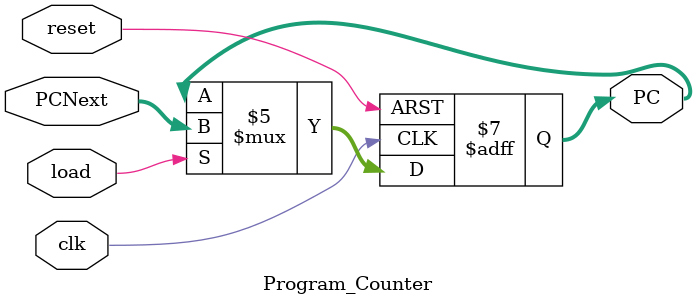
<source format=v>
module Program_Counter 
(input clk ,reset,load,input [31:0] PCNext, 
 output reg [31:0] PC); 
    always @(posedge clk or negedge reset)  
    begin 
        if (reset == 0)  
            PC <= 32'h00000000;  
        else if(load == 1) 
            PC <= PCNext; 
        else 
            PC <= PC; 
    end 
 endmodule

</source>
